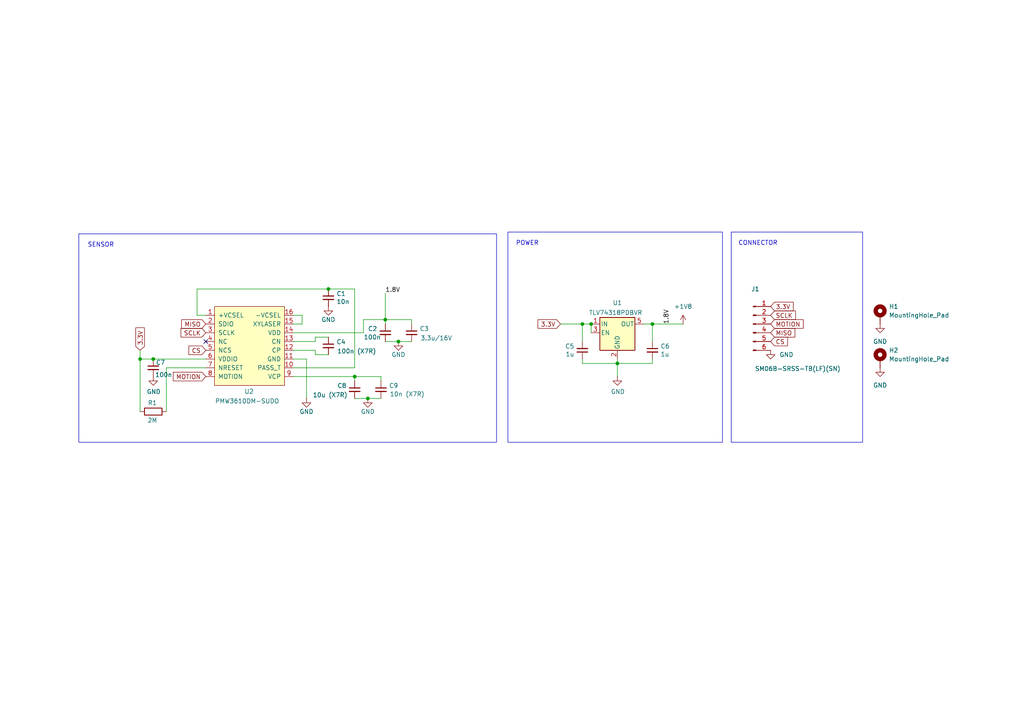
<source format=kicad_sch>
(kicad_sch (version 20250114) (generator "eeschema") (generator_version "9.0")
  (paper "A4")
  (title_block (title "PMW3360 Trackball Sensor") (date "2024-11-21") (rev "0.1") (company "Vincent Franco"))
  (lib_symbols
    (symbol "Connector:Conn_01x06_Pin" (pin_names (offset 1.016) (hide yes))
      (property "Reference" "J" (at 0 7.62 0))
      (property "Value" "Conn_01x06_Pin" (at 0 -10.16 0))
      (symbol "Conn_01x06_Pin_1_1"
        (rectangle (start 0.8636 5.207) (end 0 4.953) (stroke (width 0.1524)) (fill (type outline)))
        (rectangle (start 0.8636 2.667) (end 0 2.413) (stroke (width 0.1524)) (fill (type outline)))
        (rectangle (start 0.8636 0.127) (end 0 -0.127) (stroke (width 0.1524)) (fill (type outline)))
        (rectangle (start 0.8636 -2.413) (end 0 -2.667) (stroke (width 0.1524)) (fill (type outline)))
        (rectangle (start 0.8636 -4.953) (end 0 -5.207) (stroke (width 0.1524)) (fill (type outline)))
        (rectangle (start 0.8636 -7.493) (end 0 -7.747) (stroke (width 0.1524)) (fill (type outline)))
        (polyline (pts (xy 1.27 5.08) (xy 0.8636 5.08)) (stroke (width 0.1524)))
        (polyline (pts (xy 1.27 2.54) (xy 0.8636 2.54)) (stroke (width 0.1524)))
        (polyline (pts (xy 1.27 0) (xy 0.8636 0)) (stroke (width 0.1524)))
        (polyline (pts (xy 1.27 -2.54) (xy 0.8636 -2.54)) (stroke (width 0.1524)))
        (polyline (pts (xy 1.27 -5.08) (xy 0.8636 -5.08)) (stroke (width 0.1524)))
        (polyline (pts (xy 1.27 -7.62) (xy 0.8636 -7.62)) (stroke (width 0.1524)))
        (pin passive line (at 5.08 5.08 180) (length 3.81) (name "Pin_1") (number "1"))
        (pin passive line (at 5.08 2.54 180) (length 3.81) (name "Pin_2") (number "2"))
        (pin passive line (at 5.08 0 180) (length 3.81) (name "Pin_3") (number "3"))
        (pin passive line (at 5.08 -2.54 180) (length 3.81) (name "Pin_4") (number "4"))
        (pin passive line (at 5.08 -5.08 180) (length 3.81) (name "Pin_5") (number "5"))
        (pin passive line (at 5.08 -7.62 180) (length 3.81) (name "Pin_6") (number "6"))
      )
    )
    (symbol "Device:C_Small" (pin_numbers (hide yes)) (pin_names (offset 0.254) (hide yes))
      (property "Reference" "C" (at 0.254 1.778 0))
      (property "Value" "C_Small" (at 0.254 -2.032 0))
      (symbol "C_Small_0_1"
        (polyline (pts (xy -1.524 0.508) (xy 1.524 0.508)) (stroke (width 0.3048)))
        (polyline (pts (xy -1.524 -0.508) (xy 1.524 -0.508)) (stroke (width 0.3302)))
      )
      (symbol "C_Small_1_1"
        (pin passive line (at 0 2.54 270) (length 2.032) (name "~") (number "1"))
        (pin passive line (at 0 -2.54 90) (length 2.032) (name "~") (number "2"))
      )
    )
    (symbol "Device:R" (pin_numbers (hide yes)) (pin_names (offset 0))
      (property "Reference" "R" (at 2.032 0 90))
      (property "Value" "R" (at 0 0 90))
      (symbol "R_0_1"
        (rectangle (start -1.016 -2.54) (end 1.016 2.54) (stroke (width 0.254)))
      )
      (symbol "R_1_1"
        (pin passive line (at 0 3.81 270) (length 1.27) (name "~") (number "1"))
        (pin passive line (at 0 -3.81 90) (length 1.27) (name "~") (number "2"))
      )
    )
    (symbol "Mechanical:MountingHole_Pad" (pin_numbers (hide yes)) (pin_names (offset 1.016) (hide yes)) (exclude_from_sim yes) (in_bom no)
      (property "Reference" "H" (at 0 6.35 0))
      (property "Value" "MountingHole_Pad" (at 0 4.445 0))
      (symbol "MountingHole_Pad_0_1"
        (circle (center 0 1.27) (radius 1.27) (stroke (width 1.27)))
      )
      (symbol "MountingHole_Pad_1_1"
        (pin input line (at 0 -2.54 90) (length 2.54) (name "1") (number "1"))
      )
    )
    (symbol "Regulator_Linear:TLV70218_SOT23-5" (pin_names (offset 0.254))
      (property "Reference" "U" (at -3.81 5.715 0))
      (property "Value" "TLV70218_SOT23-5" (at 0 5.715 0))
      (symbol "TLV70218_SOT23-5_0_1"
        (rectangle (start -5.08 4.445) (end 5.08 -5.08) (stroke (width 0.254)) (fill (type background)))
      )
      (symbol "TLV70218_SOT23-5_1_1"
        (pin power_in line (at -7.62 2.54 0) (length 2.54) (name "IN") (number "1"))
        (pin input line (at -7.62 0 0) (length 2.54) (name "EN") (number "3"))
        (pin power_in line (at 0 -7.62 90) (length 2.54) (name "GND") (number "2"))
        (pin no_connect line (at 5.08 0 180) (length 2.54) (hide yes) (name "NC") (number "4"))
        (pin power_out line (at 7.62 2.54 180) (length 2.54) (name "OUT") (number "5"))
      )
    )
    (symbol "mysymbol:PMW3610" (pin_names (offset 1.016))
      (property "Reference" "U?" (at -1.27 17.78 0))
      (property "Value" "PMW3610" (at 10.16 -12.7 0))
      (symbol "PMW3610_0_0"
        (pin input line (at -12.7 10.16 0) (length 2.54) (name "+VCSEL") (number "1"))
        (pin bidirectional line (at -12.7 7.62 0) (length 2.54) (name "SDIO") (number "2"))
        (pin input line (at -12.7 5.08 0) (length 2.54) (name "SCLK") (number "3"))
        (pin no_connect line (at -12.7 2.54 0) (length 2.54) (name "NC") (number "4"))
        (pin input line (at -12.7 0 0) (length 2.54) (name "NCS") (number "5"))
        (pin input line (at -12.7 -2.54 0) (length 2.54) (name "VDDIO") (number "6"))
        (pin input line (at -12.7 -5.08 0) (length 2.54) (name "NRESET") (number "7"))
        (pin output line (at -12.7 -7.62 0) (length 2.54) (name "MOTION") (number "8"))
        (pin unspecified line (at 12.7 10.16 180) (length 2.54) (name "-VCSEL") (number "16"))
        (pin input line (at 12.7 7.62 180) (length 2.54) (name "XYLASER") (number "15"))
        (pin power_in line (at 12.7 5.08 180) (length 2.54) (name "VDD") (number "14"))
        (pin unspecified line (at 12.7 2.54 180) (length 2.54) (name "CN") (number "13"))
        (pin unspecified line (at 12.7 0 180) (length 2.54) (name "CP") (number "12"))
        (pin input line (at 12.7 -2.54 180) (length 2.54) (name "GND") (number "11"))
        (pin unspecified line (at 12.7 -5.08 180) (length 2.54) (name "PASS_T") (number "10"))
        (pin unspecified line (at 12.7 -7.62 180) (length 2.54) (name "VCP") (number "9"))
      )
      (symbol "PMW3610_0_1"
        (rectangle (start -10.16 12.7) (end 10.16 -10.16) (fill (type background)))
      )
    )
    (symbol "power:+1V8" (power) (pin_numbers (hide yes)) (pin_names (offset 0) (hide yes))
      (property "Value" "+1V8" (at 0 3.556 0))
      (symbol "+1V8_0_1"
        (polyline (pts (xy -0.762 1.27) (xy 0 2.54)))
        (polyline (pts (xy 0 2.54) (xy 0.762 1.27)))
        (polyline (pts (xy 0 0) (xy 0 2.54)))
      )
      (symbol "+1V8_1_1"
        (pin power_in line (at 0 0 90) (length 0) (name "~") (number "1"))
      )
    )
    (symbol "power:GND" (power) (pin_numbers (hide yes)) (pin_names (offset 0) (hide yes))
      (property "Value" "GND" (at 0 -3.81 0))
      (symbol "GND_0_1"
        (polyline (pts (xy 0 0) (xy 0 -1.27) (xy 1.27 -1.27) (xy 0 -2.54) (xy -1.27 -1.27) (xy 0 -1.27)))
      )
      (symbol "GND_1_1"
        (pin power_in line (at 0 0 270) (length 0) (name "~") (number "1"))
      )
    )
  )
  (rectangle (start 147.32 67.31) (end 209.55 128.27))
  (rectangle (start 212.09 67.31) (end 250.19 128.27))
  (rectangle (start 22.86 67.818) (end 144.018 128.27))
  (text "SENSOR" (at 25.4 71.12 0) (effects (font (size 1.27 1.27)) (justify left)))
  (text "POWER" (at 149.606 70.612 0) (effects (font (size 1.27 1.27)) (justify left)))
  (text "CONNECTOR" (at 214.122 70.612 0) (effects (font (size 1.27 1.27)) (justify left)))
  (junction (at 179.07 105.41))
  (junction (at 168.91 93.98))
  (junction (at 40.64 104.14))
  (junction (at 102.87 109.22))
  (junction (at 171.45 93.98))
  (junction (at 106.68 115.57))
  (junction (at 95.25 83.82))
  (junction (at 44.45 104.14))
  (junction (at 189.23 93.98))
  (junction (at 111.76 92.71))
  (junction (at 115.57 99.06))
  (no_connect (at 59.69 99.06))
  (wire (pts (xy 171.45 96.52) (xy 171.45 93.98)))
  (wire (pts (xy 91.44 102.87) (xy 95.25 102.87)))
  (wire (pts (xy 111.76 92.71) (xy 111.76 93.98)))
  (wire (pts (xy 87.63 91.44) (xy 87.63 93.98)))
  (wire (pts (xy 40.64 101.6) (xy 40.64 104.14)))
  (wire (pts (xy 85.09 106.68) (xy 102.87 106.68)))
  (wire (pts (xy 105.41 96.52) (xy 105.41 92.71)))
  (wire (pts (xy 48.26 106.68) (xy 59.69 106.68)))
  (wire (pts (xy 91.44 97.79) (xy 95.25 97.79)))
  (wire (pts (xy 102.87 115.57) (xy 106.68 115.57)))
  (wire (pts (xy 88.9 104.14) (xy 88.9 115.57)))
  (wire (pts (xy 106.68 115.57) (xy 110.49 115.57)))
  (wire (pts (xy 85.09 104.14) (xy 88.9 104.14)))
  (wire (pts (xy 85.09 99.06) (xy 91.44 99.06)))
  (wire (pts (xy 91.44 99.06) (xy 91.44 97.79)))
  (wire (pts (xy 162.56 93.98) (xy 168.91 93.98)))
  (wire (pts (xy 102.87 106.68) (xy 102.87 83.82)))
  (wire (pts (xy 40.64 104.14) (xy 40.64 119.38)))
  (wire (pts (xy 85.09 91.44) (xy 87.63 91.44)))
  (wire (pts (xy 102.87 109.22) (xy 102.87 110.49)))
  (wire (pts (xy 95.25 83.82) (xy 57.15 83.82)))
  (wire (pts (xy 198.12 93.98) (xy 189.23 93.98)))
  (wire (pts (xy 179.07 105.41) (xy 179.07 109.22)))
  (wire (pts (xy 85.09 101.6) (xy 91.44 101.6)))
  (wire (pts (xy 111.76 92.71) (xy 119.38 92.71)))
  (wire (pts (xy 189.23 105.41) (xy 179.07 105.41)))
  (wire (pts (xy 102.87 109.22) (xy 110.49 109.22)))
  (wire (pts (xy 168.91 104.14) (xy 168.91 105.41)))
  (wire (pts (xy 111.76 99.06) (xy 115.57 99.06)))
  (wire (pts (xy 186.69 93.98) (xy 189.23 93.98)))
  (wire (pts (xy 189.23 104.14) (xy 189.23 105.41)))
  (wire (pts (xy 105.41 92.71) (xy 111.76 92.71)))
  (wire (pts (xy 85.09 96.52) (xy 105.41 96.52)))
  (wire (pts (xy 179.07 104.14) (xy 179.07 105.41)))
  (wire (pts (xy 85.09 109.22) (xy 102.87 109.22)))
  (wire (pts (xy 189.23 93.98) (xy 189.23 99.06)))
  (wire (pts (xy 168.91 105.41) (xy 179.07 105.41)))
  (wire (pts (xy 102.87 83.82) (xy 95.25 83.82)))
  (wire (pts (xy 119.38 92.71) (xy 119.38 93.98)))
  (wire (pts (xy 40.64 104.14) (xy 44.45 104.14)))
  (wire (pts (xy 48.26 119.38) (xy 48.26 106.68)))
  (wire (pts (xy 57.15 91.44) (xy 59.69 91.44)))
  (wire (pts (xy 168.91 99.06) (xy 168.91 93.98)))
  (wire (pts (xy 115.57 99.06) (xy 119.38 99.06)))
  (wire (pts (xy 57.15 83.82) (xy 57.15 91.44)))
  (wire (pts (xy 111.76 85.09) (xy 111.76 92.71)))
  (wire (pts (xy 44.45 104.14) (xy 59.69 104.14)))
  (wire (pts (xy 91.44 101.6) (xy 91.44 102.87)))
  (wire (pts (xy 168.91 93.98) (xy 171.45 93.98)))
  (wire (pts (xy 85.09 93.98) (xy 87.63 93.98)))
  (wire (pts (xy 110.49 109.22) (xy 110.49 110.49)))
  (label "1.8V" (at 194.31 93.98 90))
  (label "1.8V" (at 111.76 85.09 0))
  (global_label "MOTION" (shape input) (at 223.52 93.98 0) (property "Intersheetrefs" "${INTERSHEET_REFS}" (effects (hide yes))))
  (global_label "SCLK" (shape input) (at 59.69 96.52 180) (property "Intersheetrefs" "${INTERSHEET_REFS}" (effects (hide yes))))
  (global_label "3.3V" (shape input) (at 162.56 93.98 180) (property "Intersheetrefs" "${INTERSHEET_REFS}" (effects (hide yes))))
  (global_label "MISO" (shape input) (at 223.52 96.52 0) (property "Intersheetrefs" "${INTERSHEET_REFS}" (effects (hide yes))))
  (global_label "3.3V" (shape input) (at 223.52 88.9 0) (property "Intersheetrefs" "${INTERSHEET_REFS}" (effects (hide yes))))
  (global_label "SCLK" (shape input) (at 223.52 91.44 0) (property "Intersheetrefs" "${INTERSHEET_REFS}" (effects (hide yes))))
  (global_label "MISO" (shape input) (at 59.69 93.98 180) (property "Intersheetrefs" "${INTERSHEET_REFS}" (effects (hide yes))))
  (global_label "CS" (shape input) (at 223.52 99.06 0) (property "Intersheetrefs" "${INTERSHEET_REFS}" (effects (hide yes))))
  (global_label "3.3V" (shape input) (at 40.64 101.6 90) (property "Intersheetrefs" "${INTERSHEET_REFS}" (effects (hide yes))))
  (global_label "CS" (shape input) (at 59.69 101.6 180) (property "Intersheetrefs" "${INTERSHEET_REFS}" (effects (hide yes))))
  (global_label "MOTION" (shape input) (at 59.69 109.22 180) (property "Intersheetrefs" "${INTERSHEET_REFS}" (effects (hide yes))))
  (symbol (lib_id "power:GND") (at 179.07 109.22 0) (unit 1)
    (property "Reference" "#PWR08" (effects (hide yes)))
    (property "Value" "GND" (at 179.197 113.6142 0))
    (property "Description" "Power symbol creates a global label with name \"GND\" , ground" (effects (hide yes)))
  )
  (symbol (lib_id "Device:C_Small") (at 110.49 113.03 0) (unit 1)
    (property "Reference" "C9" (at 112.8268 111.8616 0) (effects (justify left)))
    (property "Value" "10n (X7R)" (at 113.03 114.3 0) (effects (justify left)))
    (property "Footprint" "Capacitor_SMD:C_0603_1608Metric" (effects (hide yes)))
    (property "Description" "Unpolarized capacitor, small symbol" (effects (hide yes)))
    (property "LCSC" "C57112" (effects (hide yes)))
  )
  (symbol (lib_id "Mechanical:MountingHole_Pad") (at 255.27 104.14 0) (unit 1) (exclude_from_sim yes) (in_bom no)
    (property "Reference" "H2" (at 257.81 101.5999 0) (effects (justify left)))
    (property "Value" "MountingHole_Pad" (at 257.81 104.1399 0) (effects (justify left)))
    (property "Footprint" "MountingHole:MountingHole_3.2mm_M3_Pad" (effects (hide yes)))
    (property "Description" "Mounting Hole with connection" (effects (hide yes)))
  )
  (symbol (lib_id "power:+1V8") (at 198.12 93.98 0) (unit 1)
    (property "Reference" "#PWR03" (effects (hide yes)))
    (property "Value" "+1V8" (at 198.12 88.9 0))
    (property "Description" "Power symbol creates a global label with name \"+1V8\"" (effects (hide yes)))
  )
  (symbol (lib_id "Device:C_Small") (at 189.23 101.6 0) (unit 1)
    (property "Reference" "C6" (at 191.5668 100.4316 0) (effects (justify left)))
    (property "Value" "1u" (at 191.5668 102.743 0) (effects (justify left)))
    (property "Footprint" "Capacitor_SMD:C_0603_1608Metric" (effects (hide yes)))
    (property "Description" "Unpolarized capacitor, small symbol" (effects (hide yes)))
    (property "LCSC" "C15849" (effects (hide yes)))
  )
  (symbol (lib_id "Regulator_Linear:TLV70218_SOT23-5") (at 179.07 96.52 0) (unit 1)
    (property "Reference" "U1" (at 179.07 87.8332 0))
    (property "Value" "TLV74318PDBVR" (at 178.562 90.678 0))
    (property "Footprint" "Package_TO_SOT_SMD:SOT-23-5" (effects (hide yes)))
    (property "Datasheet" "http://www.ti.com/lit/ds/symlink/tlv702.pdf" (effects (hide yes)))
    (property "Description" "300mA Low Dropout Voltage Regulator, Fixed Output 1.8V, SOT-23-5" (effects (hide yes)))
    (property "LCSC" "C485152" (effects (hide yes)))
  )
  (symbol (lib_id "Device:C_Small") (at 119.38 96.52 0) (unit 1)
    (property "Reference" "C3" (at 121.7168 95.3516 0) (effects (justify left)))
    (property "Value" "3.3u/16V" (at 121.92 98.044 0) (effects (justify left)))
    (property "Footprint" "Capacitor_SMD:C_0603_1608Metric" (effects (hide yes)))
    (property "Description" "Unpolarized capacitor, small symbol" (effects (hide yes)))
    (property "LCSC" "C342962" (effects (hide yes)))
  )
  (symbol (lib_id "power:GND") (at 115.57 99.06 0) (unit 1)
    (property "Reference" "#PWR05" (effects (hide yes)))
    (property "Value" "GND" (at 115.57 102.87 0))
    (property "Description" "Power symbol creates a global label with name \"GND\" , ground" (effects (hide yes)))
  )
  (symbol (lib_id "power:GND") (at 223.52 101.6 0) (unit 1)
    (property "Reference" "#PWR02" (effects (hide yes)))
    (property "Value" "GND" (at 226.06 102.8699 0) (effects (justify left)))
    (property "Description" "Power symbol creates a global label with name \"GND\" , ground" (effects (hide yes)))
  )
  (symbol (lib_id "Device:C_Small") (at 44.45 106.68 0) (unit 1)
    (property "Reference" "C7" (at 45.212 105.156 0) (effects (justify left)))
    (property "Value" "100n" (at 44.958 108.712 0) (effects (justify left)))
    (property "Footprint" "Capacitor_SMD:C_0603_1608Metric" (effects (hide yes)))
    (property "Description" "Unpolarized capacitor, small symbol" (effects (hide yes)))
    (property "LCSC" "C14663" (effects (hide yes)))
  )
  (symbol (lib_id "power:GND") (at 106.68 115.57 0) (unit 1)
    (property "Reference" "#PWR010" (effects (hide yes)))
    (property "Value" "GND" (at 106.68 119.38 0))
    (property "Description" "Power symbol creates a global label with name \"GND\" , ground" (effects (hide yes)))
  )
  (symbol (lib_id "power:GND") (at 88.9 115.57 0) (unit 1)
    (property "Reference" "#PWR09" (effects (hide yes)))
    (property "Value" "GND" (at 88.9 119.38 0))
    (property "Description" "Power symbol creates a global label with name \"GND\" , ground" (effects (hide yes)))
  )
  (symbol (lib_id "Connector:Conn_01x06_Pin") (at 218.44 93.98 0) (unit 1)
    (property "Reference" "J1" (at 219.075 83.82 0))
    (property "Value" "SM06B-SRSS-TB(LF)(SN)" (at 231.394 106.934 0))
    (property "Footprint" "Connector_JST:JST_SH_SM06B-SRSS-TB_1x06-1MP_P1.00mm_Horizontal" (effects (hide yes)))
    (property "Description" "Generic connector, single row, 01x06, script generated" (effects (hide yes)))
  )
  (symbol (lib_id "Device:C_Small") (at 102.87 113.03 0) (mirror y) (unit 1)
    (property "Reference" "C8" (at 100.5332 111.8616 0) (effects (justify left)))
    (property "Value" "10u (X7R)" (at 100.838 114.554 0) (effects (justify left)))
    (property "Footprint" "Capacitor_SMD:C_0603_1608Metric" (effects (hide yes)))
    (property "Description" "Unpolarized capacitor, small symbol" (effects (hide yes)))
    (property "LCSC" "C237435" (effects (hide yes)))
  )
  (symbol (lib_id "Device:C_Small") (at 95.25 86.36 0) (unit 1)
    (property "Reference" "C1" (at 97.5868 85.1916 0) (effects (justify left)))
    (property "Value" "10n" (at 97.5868 87.503 0) (effects (justify left)))
    (property "Footprint" "Capacitor_SMD:C_0603_1608Metric" (effects (hide yes)))
    (property "Description" "Unpolarized capacitor, small symbol" (effects (hide yes)))
    (property "LCSC" "C57112" (effects (hide yes)))
  )
  (symbol (lib_id "power:GND") (at 44.45 109.22 0) (unit 1)
    (property "Reference" "#PWR07" (effects (hide yes)))
    (property "Value" "GND" (at 44.577 113.6142 0))
    (property "Description" "Power symbol creates a global label with name \"GND\" , ground" (effects (hide yes)))
  )
  (symbol (lib_id "Device:C_Small") (at 168.91 101.6 0) (mirror x) (unit 1)
    (property "Reference" "C5" (at 166.5986 100.4316 0) (effects (justify right)))
    (property "Value" "1u" (at 166.5986 102.743 0) (effects (justify right)))
    (property "Footprint" "Capacitor_SMD:C_0603_1608Metric" (effects (hide yes)))
    (property "Description" "Unpolarized capacitor, small symbol" (effects (hide yes)))
    (property "LCSC" "C15849" (effects (hide yes)))
  )
  (symbol (lib_id "Device:C_Small") (at 111.76 96.52 0) (mirror y) (unit 1)
    (property "Reference" "C2" (at 109.4232 95.3516 0) (effects (justify left)))
    (property "Value" "100n" (at 110.49 97.79 0) (effects (justify left)))
    (property "Footprint" "Capacitor_SMD:C_0603_1608Metric" (effects (hide yes)))
    (property "Description" "Unpolarized capacitor, small symbol" (effects (hide yes)))
    (property "LCSC" "C14663" (effects (hide yes)))
  )
  (symbol (lib_id "Device:R") (at 44.45 119.38 270) (unit 1)
    (property "Reference" "R1" (at 44.196 116.84 90))
    (property "Value" "2M" (at 44.196 121.92 90))
    (property "Footprint" "Resistor_SMD:R_0603_1608Metric" (effects (hide yes)))
    (property "Description" "Resistor" (effects (hide yes)))
    (property "LCSC" "C22976" (effects (hide yes)))
  )
  (symbol (lib_id "mysymbol:PMW3610") (at 72.39 101.6 0) (unit 1) (in_bom no)
    (property "Reference" "U2" (at 70.866 113.538 0) (effects (justify left)))
    (property "Value" "PMW3610DM-SUDO" (at 81.026 116.332 0) (effects (justify right)))
    (property "Footprint" "PMW3610:PMW3610DM-SUDU 16Pin" (effects (hide yes)))
  )
  (symbol (lib_id "Mechanical:MountingHole_Pad") (at 255.27 91.44 0) (unit 1) (exclude_from_sim yes) (in_bom no)
    (property "Reference" "H1" (at 257.81 88.8999 0) (effects (justify left)))
    (property "Value" "MountingHole_Pad" (at 257.81 91.4399 0) (effects (justify left)))
    (property "Footprint" "MountingHole:MountingHole_3.2mm_M3_Pad" (effects (hide yes)))
    (property "Description" "Mounting Hole with connection" (effects (hide yes)))
  )
  (symbol (lib_id "power:GND") (at 95.25 88.9 0) (unit 1)
    (property "Reference" "#PWR01" (effects (hide yes)))
    (property "Value" "GND" (at 95.25 92.71 0))
    (property "Description" "Power symbol creates a global label with name \"GND\" , ground" (effects (hide yes)))
  )
  (symbol (lib_id "power:GND") (at 255.27 93.98 0) (unit 1)
    (property "Reference" "#PWR04" (effects (hide yes)))
    (property "Value" "GND" (at 255.27 99.06 0))
    (property "Description" "Power symbol creates a global label with name \"GND\" , ground" (effects (hide yes)))
  )
  (symbol (lib_id "power:GND") (at 255.27 106.68 0) (unit 1)
    (property "Reference" "#PWR06" (effects (hide yes)))
    (property "Value" "GND" (at 255.27 111.76 0))
    (property "Description" "Power symbol creates a global label with name \"GND\" , ground" (effects (hide yes)))
  )
  (symbol (lib_id "Device:C_Small") (at 95.25 100.33 0) (unit 1)
    (property "Reference" "C4" (at 97.5868 99.1616 0) (effects (justify left)))
    (property "Value" "100n (X7R)" (at 97.79 101.854 0) (effects (justify left)))
    (property "Footprint" "Capacitor_SMD:C_0603_1608Metric" (effects (hide yes)))
    (property "Description" "Unpolarized capacitor, small symbol" (effects (hide yes)))
    (property "LCSC" "C14663" (effects (hide yes)))
  )
)
</source>
